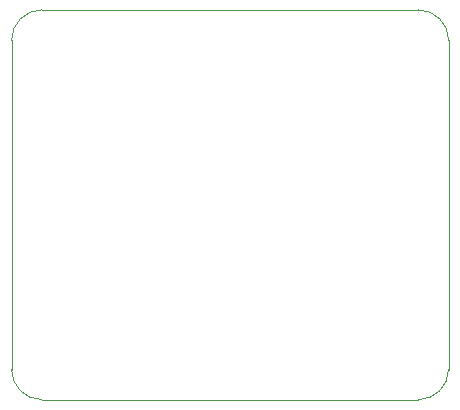
<source format=gbr>
%TF.GenerationSoftware,KiCad,Pcbnew,7.0.1-0*%
%TF.CreationDate,2023-08-23T15:05:17+02:00*%
%TF.ProjectId,ESP32SomfyPOE,45535033-3253-46f6-9d66-79504f452e6b,rev?*%
%TF.SameCoordinates,Original*%
%TF.FileFunction,Profile,NP*%
%FSLAX46Y46*%
G04 Gerber Fmt 4.6, Leading zero omitted, Abs format (unit mm)*
G04 Created by KiCad (PCBNEW 7.0.1-0) date 2023-08-23 15:05:17*
%MOMM*%
%LPD*%
G01*
G04 APERTURE LIST*
%TA.AperFunction,Profile*%
%ADD10C,0.100000*%
%TD*%
G04 APERTURE END LIST*
D10*
X119446878Y-96346878D02*
G75*
G03*
X121996878Y-93796878I22J2549978D01*
G01*
X85000000Y-65903122D02*
X85000000Y-93796878D01*
X87550000Y-63353122D02*
X119450000Y-63353122D01*
X121999978Y-65903122D02*
G75*
G03*
X119450000Y-63353122I-2549978J22D01*
G01*
X122000000Y-65903122D02*
X122000000Y-93796878D01*
X87550000Y-63353100D02*
G75*
G03*
X85000000Y-65903122I0J-2550000D01*
G01*
X85000022Y-93796878D02*
G75*
G03*
X87550000Y-96346878I2549978J-22D01*
G01*
X87550000Y-96346878D02*
X119446878Y-96346878D01*
M02*

</source>
